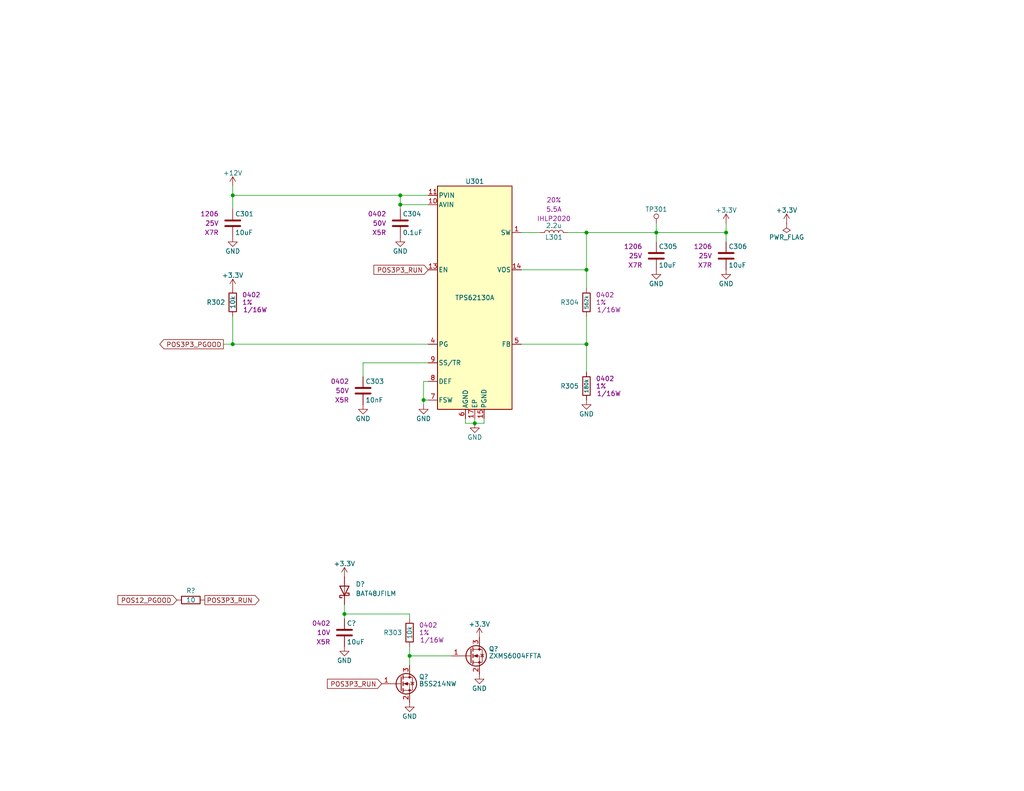
<source format=kicad_sch>
(kicad_sch (version 20230121) (generator eeschema)
  (paper "A")
  (title_block (title "Stopwatch") (date "2024-01-11") (rev "A") (company "Drew Maatman"))
  (lib_symbols
    (symbol "Custom_Library:C_Custom" (pin_numbers hide) (pin_names (offset 0.254))
      (property "Reference" "C" (at 0.635 2.54 0))
      (property "Value" "C_Custom" (at 0.635 -2.54 0))
      (property "display_footprint" "Foot" (at -3.81 2.54 0))
      (property "Voltage" "V" (at -3.81 0 0))
      (property "Dielectric" "Er" (at -3.81 -2.54 0))
      (symbol "C_Custom_0_1"
        (polyline (pts (xy -2.032 -0.762) (xy 2.032 -0.762)) (stroke (width 0.508)))
        (polyline (pts (xy -2.032 0.762) (xy 2.032 0.762)) (stroke (width 0.508)))
      )
      (symbol "C_Custom_1_1"
        (pin passive line (at 0 3.81 270) (length 2.794) (name "~") (number "1"))
        (pin passive line (at 0 -3.81 90) (length 2.794) (name "~") (number "2"))
      )
    )
    (symbol "Custom_Library:L_Custom" (pin_numbers hide) (pin_names (offset 1.016) hide)
      (property "Reference" "L" (at -1.27 0 90))
      (property "Value" "L_Custom" (at 1.905 0 90))
      (property "display_footprint" "Foot" (at 3.81 0 90))
      (property "Ampacity" "A" (at 6.35 0 90))
      (property "Tolerance" "Tol" (at 8.89 0 90))
      (symbol "L_Custom_0_1"
        (arc (start 0 -2.54) (mid 0.6323 -1.905) (end 0 -1.27))
        (arc (start 0 -1.27) (mid 0.6323 -0.635) (end 0 0))
        (arc (start 0 0) (mid 0.6323 0.635) (end 0 1.27))
        (arc (start 0 1.27) (mid 0.6323 1.905) (end 0 2.54))
      )
      (symbol "L_Custom_1_1"
        (pin passive line (at 0 3.81 270) (length 1.27) (name "1") (number "1"))
        (pin passive line (at 0 -3.81 90) (length 1.27) (name "2") (number "2"))
      )
    )
    (symbol "Custom_Library:R_Custom" (pin_numbers hide) (pin_names (offset 1.016) hide)
      (property "Reference" "R" (at -2.54 0 90))
      (property "Value" "R_Custom" (at 0 0 90))
      (property "display_footprint" "Foot" (at 2.54 0 90))
      (property "Tolerance" "Tol" (at 5.08 0 90))
      (property "Wattage" "W" (at 7.62 0 90))
      (symbol "R_Custom_0_1"
        (rectangle (start 1.016 2.54) (end -1.016 -2.54) (stroke (width 0.254)))
      )
      (symbol "R_Custom_1_1"
        (pin passive line (at 0 3.81 270) (length 1.27) (name "1") (number "1"))
        (pin passive line (at 0 -3.81 90) (length 1.27) (name "2") (number "2"))
      )
    )
    (symbol "Custom_Library:TP" (pin_numbers hide) (pin_names (offset 0) hide)
      (property "Reference" "TP" (at 0 3.81 0))
      (symbol "TP_0_1"
        (polyline (pts (xy 0 0) (xy 0 1.27)))
        (circle (center 0 1.905) (radius 0.635))
      )
      (symbol "TP_1_1"
        (pin passive line (at 0 0 90) (length 0) (name "TP") (number "1"))
      )
    )
    (symbol "Custom_Library:TPS62130" (pin_names (offset 0.254))
      (property "Reference" "U" (at 0 31.75 0))
      (property "Value" "TPS62130" (at 0 0 0))
      (symbol "TPS62130_0_1"
        (rectangle (start -10.16 30.48) (end 10.16 -30.48) (stroke (width 0.254)) (fill (type background)))
      )
      (symbol "TPS62130_1_1"
        (pin output line (at 12.7 17.78 180) (length 2.54) (name "SW") (number "1"))
        (pin power_in line (at -12.7 25.4 0) (length 2.54) (name "AVIN") (number "10"))
        (pin power_in line (at -12.7 27.94 0) (length 2.54) (name "PVIN") (number "11"))
        (pin passive line (at -12.7 27.94 0) (length 2.54) hide (name "PVIN") (number "12"))
        (pin input line (at -12.7 7.62 0) (length 2.54) (name "EN") (number "13"))
        (pin input line (at 12.7 7.62 180) (length 2.54) (name "VOS") (number "14"))
        (pin power_in line (at 2.54 -33.02 90) (length 2.54) (name "PGND") (number "15"))
        (pin passive line (at 2.54 -33.02 90) (length 2.54) hide (name "PGND") (number "16"))
        (pin power_in line (at 0 -33.02 90) (length 2.54) (name "EP") (number "17"))
        (pin passive line (at 12.7 17.78 180) (length 2.54) hide (name "SW") (number "2"))
        (pin passive line (at 12.7 17.78 180) (length 2.54) hide (name "SW") (number "3"))
        (pin open_collector line (at -12.7 -12.7 0) (length 2.54) (name "PG") (number "4"))
        (pin input line (at 12.7 -12.7 180) (length 2.54) (name "FB") (number "5"))
        (pin power_in line (at -2.54 -33.02 90) (length 2.54) (name "AGND") (number "6"))
        (pin input line (at -12.7 -27.94 0) (length 2.54) (name "FSW") (number "7"))
        (pin input line (at -12.7 -22.86 0) (length 2.54) (name "DEF") (number "8"))
        (pin input line (at -12.7 -17.78 0) (length 2.54) (name "SS/TR") (number "9"))
      )
    )
    (symbol "Custom_Library:ZXMS6004FFTA" (pin_names hide)
      (property "Reference" "Q" (at 5.08 1.905 0))
      (property "Value" "Custom_Library_ZXMS6004FFTA" (at 5.08 0 0))
      (symbol "ZXMS6004FFTA_0_1"
        (polyline (pts (xy 0.254 0) (xy -2.54 0)))
        (polyline (pts (xy 0.254 1.905) (xy 0.254 -1.905)) (stroke (width 0.254)))
        (polyline (pts (xy 0.762 -1.27) (xy 0.762 -2.286)) (stroke (width 0.254)))
        (polyline (pts (xy 0.762 0.508) (xy 0.762 -0.508)) (stroke (width 0.254)))
        (polyline (pts (xy 0.762 2.286) (xy 0.762 1.27)) (stroke (width 0.254)))
        (polyline (pts (xy 2.54 2.54) (xy 2.54 1.778)))
        (polyline (pts (xy 2.54 -2.54) (xy 2.54 0) (xy 0.762 0)))
        (polyline (pts (xy 0.762 -1.778) (xy 3.302 -1.778) (xy 3.302 1.778) (xy 0.762 1.778)))
        (polyline (pts (xy 1.016 0) (xy 2.032 0.381) (xy 2.032 -0.381) (xy 1.016 0)) (fill (type outline)))
        (polyline (pts (xy 2.794 0.508) (xy 2.921 0.381) (xy 3.683 0.381) (xy 3.81 0.254)))
        (polyline (pts (xy 3.302 0.381) (xy 2.921 -0.254) (xy 3.683 -0.254) (xy 3.302 0.381)))
        (circle (center 1.651 0) (radius 2.794) (stroke (width 0.254)))
        (circle (center 2.54 -1.778) (radius 0.254) (fill (type outline)))
        (circle (center 2.54 1.778) (radius 0.254) (fill (type outline)))
      )
      (symbol "ZXMS6004FFTA_1_1"
        (pin input line (at -5.08 0 0) (length 2.54) (name "G") (number "1"))
        (pin passive line (at 2.54 -5.08 90) (length 2.54) (name "S") (number "2"))
        (pin passive line (at 2.54 5.08 270) (length 2.54) (name "D") (number "3"))
      )
    )
    (symbol "Diode:BAT48JFILM" (pin_numbers hide) (pin_names (offset 1.016) hide)
      (property "Reference" "D" (at 0 2.54 0))
      (property "Value" "BAT48JFILM" (at 0 -2.54 0))
      (symbol "BAT48JFILM_0_1"
        (polyline (pts (xy 1.27 0) (xy -1.27 0)))
        (polyline (pts (xy 1.27 1.27) (xy 1.27 -1.27) (xy -1.27 0) (xy 1.27 1.27)) (stroke (width 0.254)))
        (polyline (pts (xy -1.905 0.635) (xy -1.905 1.27) (xy -1.27 1.27) (xy -1.27 -1.27) (xy -0.635 -1.27) (xy -0.635 -0.635)) (stroke (width 0.254)))
      )
      (symbol "BAT48JFILM_1_1"
        (pin passive line (at -3.81 0 0) (length 2.54) (name "K") (number "1"))
        (pin passive line (at 3.81 0 180) (length 2.54) (name "A") (number "2"))
      )
    )
    (symbol "Transistor_FET:BSS214NW" (pin_names hide)
      (property "Reference" "Q" (at 5.08 1.905 0))
      (property "Value" "BSS214NW" (at 5.08 0 0))
      (symbol "BSS214NW_0_1"
        (polyline (pts (xy 0.254 0) (xy -2.54 0)))
        (polyline (pts (xy 0.254 1.905) (xy 0.254 -1.905)) (stroke (width 0.254)))
        (polyline (pts (xy 0.762 -1.27) (xy 0.762 -2.286)) (stroke (width 0.254)))
        (polyline (pts (xy 0.762 0.508) (xy 0.762 -0.508)) (stroke (width 0.254)))
        (polyline (pts (xy 0.762 2.286) (xy 0.762 1.27)) (stroke (width 0.254)))
        (polyline (pts (xy 2.54 2.54) (xy 2.54 1.778)))
        (polyline (pts (xy 2.54 -2.54) (xy 2.54 0) (xy 0.762 0)))
        (polyline (pts (xy 0.762 -1.778) (xy 3.302 -1.778) (xy 3.302 1.778) (xy 0.762 1.778)))
        (polyline (pts (xy 1.016 0) (xy 2.032 0.381) (xy 2.032 -0.381) (xy 1.016 0)) (fill (type outline)))
        (polyline (pts (xy 2.794 0.508) (xy 2.921 0.381) (xy 3.683 0.381) (xy 3.81 0.254)))
        (polyline (pts (xy 3.302 0.381) (xy 2.921 -0.254) (xy 3.683 -0.254) (xy 3.302 0.381)))
        (circle (center 1.651 0) (radius 2.794) (stroke (width 0.254)))
        (circle (center 2.54 -1.778) (radius 0.254) (fill (type outline)))
        (circle (center 2.54 1.778) (radius 0.254) (fill (type outline)))
      )
      (symbol "BSS214NW_1_1"
        (pin input line (at -5.08 0 0) (length 2.54) (name "G") (number "1"))
        (pin passive line (at 2.54 -5.08 90) (length 2.54) (name "S") (number "2"))
        (pin passive line (at 2.54 5.08 270) (length 2.54) (name "D") (number "3"))
      )
    )
    (symbol "power:+12V" (power) (pin_names (offset 0))
      (property "Value" "+12V" (at 0 3.556 0))
      (symbol "+12V_0_1"
        (polyline (pts (xy -0.762 1.27) (xy 0 2.54)))
        (polyline (pts (xy 0 0) (xy 0 2.54)))
        (polyline (pts (xy 0 2.54) (xy 0.762 1.27)))
      )
      (symbol "+12V_1_1"
        (pin power_in line (at 0 0 90) (length 0) hide (name "+12V") (number "1"))
      )
    )
    (symbol "power:+3.3V" (power) (pin_names (offset 0))
      (property "Value" "+3.3V" (at 0 3.556 0))
      (symbol "+3.3V_0_1"
        (polyline (pts (xy -0.762 1.27) (xy 0 2.54)))
        (polyline (pts (xy 0 0) (xy 0 2.54)))
        (polyline (pts (xy 0 2.54) (xy 0.762 1.27)))
      )
      (symbol "+3.3V_1_1"
        (pin power_in line (at 0 0 90) (length 0) hide (name "+3.3V") (number "1"))
      )
    )
    (symbol "power:GND" (power) (pin_names (offset 0))
      (property "Value" "GND" (at 0 -3.81 0))
      (symbol "GND_0_1"
        (polyline (pts (xy 0 0) (xy 0 -1.27) (xy 1.27 -1.27) (xy 0 -2.54) (xy -1.27 -1.27) (xy 0 -1.27)))
      )
      (symbol "GND_1_1"
        (pin power_in line (at 0 0 270) (length 0) hide (name "GND") (number "1"))
      )
    )
    (symbol "power:PWR_FLAG" (power) (pin_numbers hide) (pin_names (offset 0) hide)
      (property "Value" "PWR_FLAG" (at 0 3.81 0))
      (symbol "PWR_FLAG_0_0"
        (pin power_out line (at 0 0 90) (length 0) (name "pwr") (number "1"))
      )
      (symbol "PWR_FLAG_0_1"
        (polyline (pts (xy 0 0) (xy 0 1.27) (xy -1.016 1.905) (xy 0 2.54) (xy 1.016 1.905) (xy 0 1.27)))
      )
    )
  )
  (junction (at 93.98 167.64))
  (junction (at 63.5 93.98))
  (junction (at 160.02 73.66))
  (junction (at 160.02 63.5))
  (junction (at 160.02 93.98))
  (junction (at 63.5 53.34))
  (junction (at 109.22 53.34))
  (junction (at 109.22 55.88))
  (junction (at 129.54 115.57))
  (junction (at 115.57 109.22))
  (junction (at 179.07 63.5))
  (junction (at 111.76 179.07))
  (junction (at 198.12 63.5))
  (wire (pts (xy 115.57 104.14) (xy 116.84 104.14)))
  (wire (pts (xy 129.54 115.57) (xy 127 115.57)))
  (wire (pts (xy 160.02 73.66) (xy 160.02 63.5)))
  (wire (pts (xy 179.07 66.04) (xy 179.07 63.5)))
  (wire (pts (xy 63.5 93.98) (xy 63.5 86.36)))
  (wire (pts (xy 160.02 93.98) (xy 160.02 86.36)))
  (wire (pts (xy 99.06 102.87) (xy 99.06 99.06)))
  (wire (pts (xy 129.54 115.57) (xy 129.54 114.3)))
  (wire (pts (xy 115.57 110.49) (xy 115.57 109.22)))
  (wire (pts (xy 109.22 55.88) (xy 109.22 53.34)))
  (wire (pts (xy 123.19 179.07) (xy 111.76 179.07)))
  (wire (pts (xy 142.24 73.66) (xy 160.02 73.66)))
  (wire (pts (xy 60.96 93.98) (xy 63.5 93.98)))
  (wire (pts (xy 111.76 168.91) (xy 111.76 167.64)))
  (wire (pts (xy 160.02 78.74) (xy 160.02 73.66)))
  (wire (pts (xy 111.76 167.64) (xy 93.98 167.64)))
  (wire (pts (xy 127 115.57) (xy 127 114.3)))
  (wire (pts (xy 99.06 99.06) (xy 116.84 99.06)))
  (wire (pts (xy 116.84 53.34) (xy 109.22 53.34)))
  (wire (pts (xy 116.84 93.98) (xy 63.5 93.98)))
  (wire (pts (xy 198.12 60.96) (xy 198.12 63.5)))
  (wire (pts (xy 160.02 63.5) (xy 154.94 63.5)))
  (wire (pts (xy 109.22 55.88) (xy 109.22 57.15)))
  (wire (pts (xy 179.07 60.96) (xy 179.07 63.5)))
  (wire (pts (xy 111.76 179.07) (xy 111.76 181.61)))
  (wire (pts (xy 63.5 53.34) (xy 63.5 57.15)))
  (wire (pts (xy 116.84 55.88) (xy 109.22 55.88)))
  (wire (pts (xy 93.98 167.64) (xy 93.98 168.91)))
  (wire (pts (xy 63.5 53.34) (xy 109.22 53.34)))
  (wire (pts (xy 198.12 63.5) (xy 198.12 66.04)))
  (wire (pts (xy 129.54 115.57) (xy 132.08 115.57)))
  (wire (pts (xy 160.02 93.98) (xy 160.02 101.6)))
  (wire (pts (xy 179.07 63.5) (xy 160.02 63.5)))
  (wire (pts (xy 132.08 115.57) (xy 132.08 114.3)))
  (wire (pts (xy 111.76 176.53) (xy 111.76 179.07)))
  (wire (pts (xy 116.84 109.22) (xy 115.57 109.22)))
  (wire (pts (xy 115.57 109.22) (xy 115.57 104.14)))
  (wire (pts (xy 160.02 93.98) (xy 142.24 93.98)))
  (wire (pts (xy 63.5 50.8) (xy 63.5 53.34)))
  (wire (pts (xy 179.07 63.5) (xy 198.12 63.5)))
  (wire (pts (xy 142.24 63.5) (xy 147.32 63.5)))
  (wire (pts (xy 93.98 165.1) (xy 93.98 167.64)))
  (global_label "POS3P3_RUN" (shape input) (at 116.84 73.66 180) (property "Intersheetrefs" "${INTERSHEET_REFS}" (effects hide)))
  (global_label "POS3P3_RUN" (shape output) (at 55.88 163.83 0) (property "Intersheetrefs" "${INTERSHEET_REFS}" (effects hide)))
  (global_label "POS3P3_RUN" (shape input) (at 104.14 186.69 180) (property "Intersheetrefs" "${INTERSHEET_REFS}" (effects hide)))
  (global_label "POS12_PGOOD" (shape input) (at 48.26 163.83 180) (property "Intersheetrefs" "${INTERSHEET_REFS}" (effects hide)))
  (global_label "POS3P3_PGOOD" (shape output) (at 60.96 93.98 180) (property "Intersheetrefs" "${INTERSHEET_REFS}" (effects hide)))
  (symbol (lib_id "Custom_Library:L_Custom") (at 151.13 63.5 90) (unit 1)
    (property "Reference" "L301" (at 151.13 64.77 90))
    (property "Value" "2.2u" (at 151.13 61.595 90))
    (property "Footprint" "Inductors_SMD:L_Vishay_IHLP-2020" (effects hide))
    (property "Digi-Key PN" "541-1236-1-ND" (effects hide))
    (property "display_footprint" "IHLP2020" (at 151.13 59.69 90))
    (property "Ampacity" "5.5A" (at 151.13 57.15 90))
    (property "Tolerance" "20%" (at 151.13 54.61 90))
  )
  (symbol (lib_id "Custom_Library:C_Custom") (at 109.22 60.96 0) (unit 1)
    (property "Reference" "C304" (at 109.855 58.42 0) (effects (justify left)))
    (property "Value" "0.1uF" (at 109.855 63.5 0) (effects (justify left)))
    (property "Footprint" "Capacitors_SMD:C_0402" (effects hide))
    (property "display_footprint" "0402" (at 105.41 58.42 0) (effects (justify right)))
    (property "Voltage" "50V" (at 105.41 60.96 0) (effects (justify right)))
    (property "Dielectric" "X5R" (at 105.41 63.5 0) (effects (justify right)))
    (property "Digi-Key PN" "490-10697-1-ND" (effects hide))
  )
  (symbol (lib_id "power:GND") (at 109.22 64.77 0) (unit 1)
    (property "Reference" "#PWR0307" (effects hide))
    (property "Value" "GND" (at 109.22 68.58 0))
  )
  (symbol (lib_id "Custom_Library:C_Custom") (at 63.5 60.96 0) (unit 1)
    (property "Reference" "C301" (at 64.135 58.42 0) (effects (justify left)))
    (property "Value" "10uF" (at 64.135 63.5 0) (effects (justify left)))
    (property "Footprint" "Capacitors_SMD:C_1206" (effects hide))
    (property "display_footprint" "1206" (at 59.69 58.42 0) (effects (justify right)))
    (property "Voltage" "25V" (at 59.69 60.96 0) (effects (justify right)))
    (property "Dielectric" "X7R" (at 59.69 63.5 0) (effects (justify right)))
    (property "Digi-Key PN" "1276-7031-1-ND" (effects hide))
  )
  (symbol (lib_id "power:GND") (at 63.5 64.77 0) (unit 1)
    (property "Reference" "#PWR0302" (effects hide))
    (property "Value" "GND" (at 63.5 68.58 0))
  )
  (symbol (lib_id "power:+12V") (at 63.5 50.8 0) (unit 1)
    (property "Reference" "#PWR0301" (effects hide))
    (property "Value" "+12V" (at 63.5 47.244 0))
  )
  (symbol (lib_id "Custom_Library:TPS62130") (at 129.54 81.28 0) (unit 1)
    (property "Reference" "U301" (at 129.54 49.53 0))
    (property "Value" "TPS62130A" (at 129.54 81.28 0))
    (property "Footprint" "Housings_DFN_QFN:QFN-16-1EP_3x3mm_Pitch0.5mm" (effects hide))
    (property "Datasheet" "http://www.ti.com/lit/ds/symlink/tps62130.pdf" (effects hide))
    (property "Digi-Key PN" "296-39446-1-ND" (effects hide))
  )
  (symbol (lib_id "power:GND") (at 129.54 115.57 0) (unit 1)
    (property "Reference" "#PWR0310" (effects hide))
    (property "Value" "GND" (at 129.54 119.38 0))
  )
  (symbol (lib_id "power:GND") (at 115.57 110.49 0) (unit 1)
    (property "Reference" "#PWR0309" (effects hide))
    (property "Value" "GND" (at 115.57 114.3 0))
  )
  (symbol (lib_id "Custom_Library:R_Custom") (at 63.5 82.55 0) (unit 1)
    (property "Reference" "R302" (at 61.468 82.55 0) (effects (justify right)))
    (property "Value" "10k" (at 63.5 82.55 90))
    (property "Footprint" "Resistors_SMD:R_0402" (effects hide))
    (property "display_footprint" "0402" (at 66.04 80.518 0) (effects (justify left)))
    (property "Tolerance" "1%" (at 66.04 82.55 0) (effects (justify left)))
    (property "Wattage" "1/16W" (at 66.294 84.582 0) (effects (justify left)))
    (property "Digi-Key PN" "RMCF0402FT10K0CT-ND" (effects hide))
  )
  (symbol (lib_id "Custom_Library:C_Custom") (at 99.06 106.68 0) (unit 1)
    (property "Reference" "C303" (at 99.695 104.14 0) (effects (justify left)))
    (property "Value" "10nF" (at 99.695 109.22 0) (effects (justify left)))
    (property "Footprint" "Capacitors_SMD:C_0402" (effects hide))
    (property "display_footprint" "0402" (at 95.25 104.14 0) (effects (justify right)))
    (property "Voltage" "50V" (at 95.25 106.68 0) (effects (justify right)))
    (property "Dielectric" "X5R" (at 95.25 109.22 0) (effects (justify right)))
    (property "Digi-Key PN" "445-12201-1-ND" (effects hide))
  )
  (symbol (lib_id "power:GND") (at 99.06 110.49 0) (unit 1)
    (property "Reference" "#PWR0306" (effects hide))
    (property "Value" "GND" (at 99.06 114.3 0))
  )
  (symbol (lib_id "Custom_Library:R_Custom") (at 160.02 82.55 0) (unit 1)
    (property "Reference" "R304" (at 157.988 82.55 0) (effects (justify right)))
    (property "Value" "562k" (at 160.02 82.55 90) (effects (font (size 1.016 1.016))))
    (property "Footprint" "Resistors_SMD:R_0402" (effects hide))
    (property "display_footprint" "0402" (at 162.56 80.518 0) (effects (justify left)))
    (property "Tolerance" "1%" (at 162.56 82.55 0) (effects (justify left)))
    (property "Wattage" "1/16W" (at 162.814 84.582 0) (effects (justify left)))
    (property "Digi-Key PN" "RMCF0402FT562KCT-ND" (effects hide))
  )
  (symbol (lib_id "Custom_Library:R_Custom") (at 160.02 105.41 0) (unit 1)
    (property "Reference" "R305" (at 157.988 105.41 0) (effects (justify right)))
    (property "Value" "180k" (at 160.02 105.41 90) (effects (font (size 1.016 1.016))))
    (property "Footprint" "Resistors_SMD:R_0402" (effects hide))
    (property "display_footprint" "0402" (at 162.56 103.378 0) (effects (justify left)))
    (property "Tolerance" "1%" (at 162.56 105.41 0) (effects (justify left)))
    (property "Wattage" "1/16W" (at 162.814 107.442 0) (effects (justify left)))
    (property "Digi-Key PN" "RMCF0402FT180KCT-ND" (effects hide))
  )
  (symbol (lib_id "power:GND") (at 160.02 109.22 0) (unit 1)
    (property "Reference" "#PWR0313" (effects hide))
    (property "Value" "GND" (at 160.02 113.03 0))
  )
  (symbol (lib_id "power:GND") (at 179.07 73.66 0) (unit 1)
    (property "Reference" "#PWR0314" (effects hide))
    (property "Value" "GND" (at 179.07 77.47 0))
  )
  (symbol (lib_id "power:GND") (at 198.12 73.66 0) (unit 1)
    (property "Reference" "#PWR0316" (effects hide))
    (property "Value" "GND" (at 198.12 77.47 0))
  )
  (symbol (lib_id "power:PWR_FLAG") (at 214.63 60.96 180) (unit 1)
    (property "Reference" "#FLG0301" (effects hide))
    (property "Value" "PWR_FLAG" (at 214.63 64.77 0))
  )
  (symbol (lib_id "Custom_Library:TP") (at 179.07 60.96 0) (unit 1)
    (property "Reference" "TP301" (at 179.07 57.15 0))
    (property "Value" "TP" (effects hide))
    (property "Footprint" "Custom Footprints Library:Test_Point" (effects hide))
  )
  (symbol (lib_id "power:GND") (at 111.76 191.77 0) (unit 1)
    (property "Reference" "#PWR?" (effects hide))
    (property "Value" "GND" (at 111.76 195.58 0))
    (instances (project "Nixie_Clock_Core" (path "" (reference "#PWR?") (unit 1))) (project "LED_Panel_Controller" (path "" (reference "#PWR?") (unit 1)) (path "" (reference "#PWR?") (unit 1))) (project "Stopwatch" (path "" (reference "#PWR0308") (unit 1))))
  )
  (symbol (lib_id "Transistor_FET:BSS214NW") (at 109.22 186.69 0) (unit 1)
    (property "Reference" "Q?" (at 114.3 184.785 0) (effects (justify left)))
    (property "Value" "BSS214NW" (at 114.3 186.69 0) (effects (justify left)))
    (property "Footprint" "Package_TO_SOT_SMD:SOT-323_SC-70" (effects hide))
    (property "Datasheet" "https://www.infineon.com/dgdl/Infineon-BSS214NW-DS-v02_02-en.pdf?fileId=db3a30431b3e89eb011b695aebc01bde" (effects hide))
    (property "Digi-Key PN" "BSS214NWH6327XTSA1CT-ND" (effects hide))
    (instances (project "Nixie_Clock_Core" (path "" (reference "Q?") (unit 1))) (project "LED_Panel_Controller" (path "" (reference "Q?") (unit 1)) (path "" (reference "Q?") (unit 1))) (project "Stopwatch" (path "" (reference "Q301") (unit 1))))
  )
  (symbol (lib_id "Diode:BAT48JFILM") (at 93.98 161.29 90) (unit 1)
    (property "Reference" "D?" (at 97.028 159.512 90) (effects (justify right)))
    (property "Value" "BAT48JFILM" (at 97.028 162.052 90) (effects (justify right)))
    (property "Footprint" "Diode_SMD:D_SOD-323" (effects hide))
    (property "Datasheet" "www.st.com/resource/en/datasheet/bat48.pdf" (effects hide))
    (property "Digi-Key PN" "497-5711-1-ND" (effects hide))
    (instances (project "Nixie_Clock_Core" (path "" (reference "D?") (unit 1))) (project "LED_Panel_Controller" (path "" (reference "D?") (unit 1)) (path "" (reference "D?") (unit 1))) (project "Stopwatch" (path "" (reference "D301") (unit 1))))
  )
  (symbol (lib_id "Custom_Library:R_Custom") (at 111.76 172.72 0) (unit 1)
    (property "Reference" "R303" (at 109.728 172.72 0) (effects (justify right)))
    (property "Value" "10k" (at 111.76 172.72 90))
    (property "Footprint" "Resistors_SMD:R_0402" (effects hide))
    (property "display_footprint" "0402" (at 114.3 170.688 0) (effects (justify left)))
    (property "Tolerance" "1%" (at 114.3 172.72 0) (effects (justify left)))
    (property "Wattage" "1/16W" (at 114.554 174.752 0) (effects (justify left)))
    (property "Digi-Key PN" "RMCF0402FT10K0CT-ND" (effects hide))
  )
  (symbol (lib_id "Custom_Library:C_Custom") (at 93.98 172.72 0) (unit 1)
    (property "Reference" "C?" (at 94.615 170.18 0) (effects (justify left)))
    (property "Value" "10uF" (at 94.615 175.26 0) (effects (justify left)))
    (property "Footprint" "Capacitors_SMD:C_0402" (effects hide))
    (property "Digi-Key PN" "490-GRM155R61A106ME11DCT-ND" (effects hide))
    (property "display_footprint" "0402" (at 90.17 170.18 0) (effects (justify right)))
    (property "Voltage" "10V" (at 90.17 172.72 0) (effects (justify right)))
    (property "Dielectric" "X5R" (at 90.17 175.26 0) (effects (justify right)))
    (instances (project "Stopwatch" (path "" (reference "C?") (unit 1)) (path "" (reference "C302") (unit 1))))
  )
  (symbol (lib_id "power:GND") (at 93.98 176.53 0) (unit 1)
    (property "Reference" "#PWR?" (effects hide))
    (property "Value" "GND" (at 93.98 180.34 0))
    (instances (project "Nixie_Clock_Core" (path "" (reference "#PWR?") (unit 1))) (project "LED_Panel_Controller" (path "" (reference "#PWR?") (unit 1)) (path "" (reference "#PWR?") (unit 1))) (project "Stopwatch" (path "" (reference "#PWR0305") (unit 1))))
  )
  (symbol (lib_id "Custom_Library:R_Custom") (at 52.07 163.83 90) (mirror x) (unit 1)
    (property "Reference" "R?" (at 52.07 161.29 90))
    (property "Value" "10" (at 52.07 163.83 90))
    (property "Footprint" "Resistors_SMD:R_0402" (effects hide))
    (property "display_footprint" "0402" (effects hide))
    (property "Tolerance" "1%" (effects hide))
    (property "Wattage" "1/16W" (effects hide))
    (property "Digi-Key PN" "RMCF0402FT10R0CT-ND" (effects hide))
    (instances (project "Nixie_Clock_Core" (path "" (reference "R?") (unit 1))) (project "LED_Panel_Controller" (path "" (reference "R?") (unit 1)) (path "" (reference "R?") (unit 1)) (path "" (reference "R?") (unit 1)) (path "" (reference "R?") (unit 1))) (project "Stopwatch" (path "" (reference "R301") (unit 1))))
  )
  (symbol (lib_id "power:+3.3V") (at 130.81 173.99 0) (unit 1)
    (property "Reference" "#PWR0315" (effects hide))
    (property "Value" "+3.3V" (at 130.81 170.434 0))
  )
  (symbol (lib_id "Custom_Library:C_Custom") (at 179.07 69.85 0) (unit 1)
    (property "Reference" "C305" (at 179.705 67.31 0) (effects (justify left)))
    (property "Value" "10uF" (at 179.705 72.39 0) (effects (justify left)))
    (property "Footprint" "Capacitors_SMD:C_1206" (effects hide))
    (property "display_footprint" "1206" (at 175.26 67.31 0) (effects (justify right)))
    (property "Voltage" "25V" (at 175.26 69.85 0) (effects (justify right)))
    (property "Dielectric" "X7R" (at 175.26 72.39 0) (effects (justify right)))
    (property "Digi-Key PN" "1276-7031-1-ND" (effects hide))
  )
  (symbol (lib_id "power:+3.3V") (at 93.98 157.48 0) (unit 1)
    (property "Reference" "#PWR0317" (effects hide))
    (property "Value" "+3.3V" (at 93.98 153.924 0))
  )
  (symbol (lib_id "power:+3.3V") (at 63.5 78.74 0) (unit 1)
    (property "Reference" "#PWR0303" (effects hide))
    (property "Value" "+3.3V" (at 63.5 75.184 0))
  )
  (symbol (lib_id "Custom_Library:ZXMS6004FFTA") (at 128.27 179.07 0) (unit 1)
    (property "Reference" "Q?" (at 133.35 177.165 0) (effects (justify left)))
    (property "Value" "ZXMS6004FFTA" (at 133.35 179.07 0) (effects (justify left)))
    (property "Footprint" "Package_TO_SOT_SMD:SOT-23" (effects hide))
    (property "Datasheet" "https://www.diodes.com/assets/Datasheets/ZXMS6004FF.pdf" (effects hide))
    (property "Digi-Key PN" "ZXMS6004FFCT-ND" (effects hide))
    (instances (project "Nixie_Clock_Core" (path "" (reference "Q?") (unit 1))) (project "LED_Panel_Controller" (path "" (reference "Q?") (unit 1)) (path "" (reference "Q?") (unit 1))) (project "Stopwatch" (path "" (reference "Q302") (unit 1))))
  )
  (symbol (lib_id "power:GND") (at 130.81 184.15 0) (unit 1)
    (property "Reference" "#PWR?" (effects hide))
    (property "Value" "GND" (at 130.81 187.96 0))
    (instances (project "Nixie_Clock_Core" (path "" (reference "#PWR?") (unit 1))) (project "LED_Panel_Controller" (path "" (reference "#PWR?") (unit 1)) (path "" (reference "#PWR?") (unit 1))) (project "Stopwatch" (path "" (reference "#PWR0312") (unit 1))))
  )
  (symbol (lib_id "Custom_Library:C_Custom") (at 198.12 69.85 0) (unit 1)
    (property "Reference" "C306" (at 198.755 67.31 0) (effects (justify left)))
    (property "Value" "10uF" (at 198.755 72.39 0) (effects (justify left)))
    (property "Footprint" "Capacitors_SMD:C_1206" (effects hide))
    (property "display_footprint" "1206" (at 194.31 67.31 0) (effects (justify right)))
    (property "Voltage" "25V" (at 194.31 69.85 0) (effects (justify right)))
    (property "Dielectric" "X7R" (at 194.31 72.39 0) (effects (justify right)))
    (property "Digi-Key PN" "1276-7031-1-ND" (effects hide))
  )
  (symbol (lib_id "power:+3.3V") (at 214.63 60.96 0) (unit 1)
    (property "Reference" "#PWR0311" (effects hide))
    (property "Value" "+3.3V" (at 214.63 57.404 0))
  )
  (symbol (lib_id "power:+3.3V") (at 198.12 60.96 0) (unit 1)
    (property "Reference" "#PWR0304" (effects hide))
    (property "Value" "+3.3V" (at 198.12 57.404 0))
  )
)
</source>
